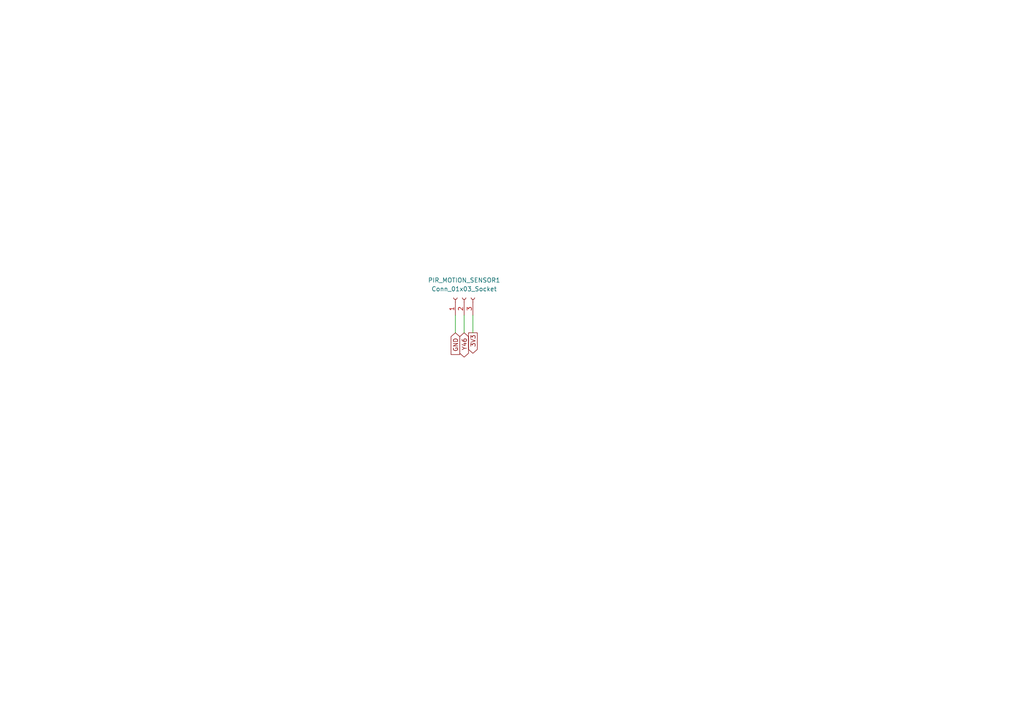
<source format=kicad_sch>
(kicad_sch (version 20231120) (generator "eeschema") (generator_version "8.0")
  (paper "A4")
  (lib_symbols
    (symbol "Connector:Conn_01x03_Socket" (pin_names (offset 1.016) hide)
      (property "Reference" "J" (at 0 5.08 0))
      (property "Value" "Conn_01x03_Socket" (at 0 -5.08 0))
      (symbol "Conn_01x03_Socket_1_1"
        (arc (start 0 -2.032) (mid -0.5058 -2.54) (end 0 -3.048) (stroke (width 0.1524)))
        (polyline (pts (xy -1.27 -2.54) (xy -0.508 -2.54)) (stroke (width 0.1524)))
        (polyline (pts (xy -1.27 0) (xy -0.508 0)) (stroke (width 0.1524)))
        (polyline (pts (xy -1.27 2.54) (xy -0.508 2.54)) (stroke (width 0.1524)))
        (arc (start 0 0.508) (mid -0.5058 0) (end 0 -0.508) (stroke (width 0.1524)))
        (arc (start 0 3.048) (mid -0.5058 2.54) (end 0 2.032) (stroke (width 0.1524)))
        (pin passive line (at -5.08 2.54 0) (length 3.81) (name "Pin_1") (number "1"))
        (pin passive line (at -5.08 0 0) (length 3.81) (name "Pin_2") (number "2"))
        (pin passive line (at -5.08 -2.54 0) (length 3.81) (name "Pin_3") (number "3"))
      )
    )
  )
  (wire (pts (xy 132.08 91.44) (xy 132.08 96.52)))
  (wire (pts (xy 134.62 91.44) (xy 134.62 96.52)))
  (wire (pts (xy 137.16 91.44) (xy 137.16 96.52)))
  (global_label "3V3" (shape output) (at 137.16 96.52 270) (property "Intersheetrefs" "${INTERSHEET_REFS}" (effects (hide yes))))
  (global_label "Y46" (shape bidirectional) (at 134.62 96.52 270) (property "Intersheetrefs" "${INTERSHEET_REFS}" (effects (hide yes))))
  (global_label "GND" (shape input) (at 132.08 96.52 270) (property "Intersheetrefs" "${INTERSHEET_REFS}" (effects (hide yes))))
  (symbol (lib_id "Connector:Conn_01x03_Socket") (at 134.62 86.36 90) (unit 1)
    (property "Reference" "PIR_MOTION_SENSOR1" (at 134.62 81.28 90))
    (property "Value" "Conn_01x03_Socket" (at 134.62 83.82 90))
    (property "Footprint" "Connector_PinSocket_2.54mm:PinSocket_1x03_P2.54mm_Vertical_SMD_Pin1Left" (effects (hide yes)))
    (property "Description" "Generic connector, single row, 01x03, script generated" (effects (hide yes)))
  )
)
</source>
